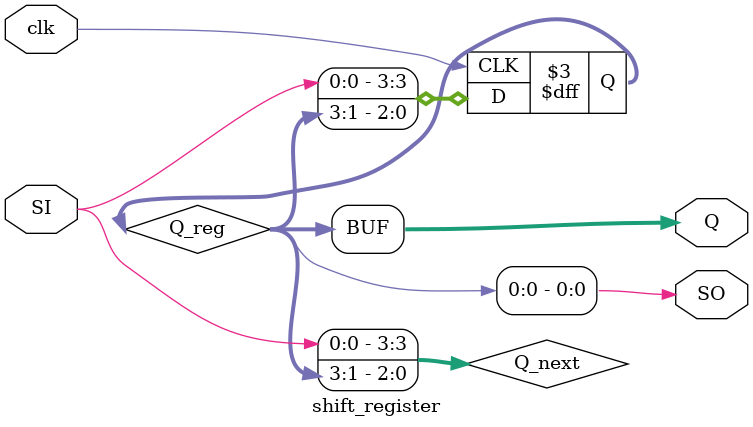
<source format=v>
`timescale 1ns / 1ps


module shift_register
#(parameter N = 4)(
    input SI,        //serial input
    input clk,
    output [N-1:0] Q,   // if we care about the whole output (all 4 bits)
    output SO         //serial output (the last bit in shifting)
    );
    reg [N-1:0] Q_reg , Q_next;
    
    
    always @(posedge clk)
    begin
       Q_reg <= Q_next;
    end
    
    always @(SI,Q_reg) 
    begin
         Q_next = {SI,Q_reg[N-1:1]};     // for shifting right, {} are used in verilog for concatenation ,, 
                                         //SI starts at the MSB position and moves towards the LSB position with each subsequent right shift operation in the shift register
         // Q_next = {Q_reg[N-2:0],SI};  // for shifting left    
    end
    
    
    assign SO = Q_reg [0];
    assign Q = Q_reg;
       
endmodule

</source>
